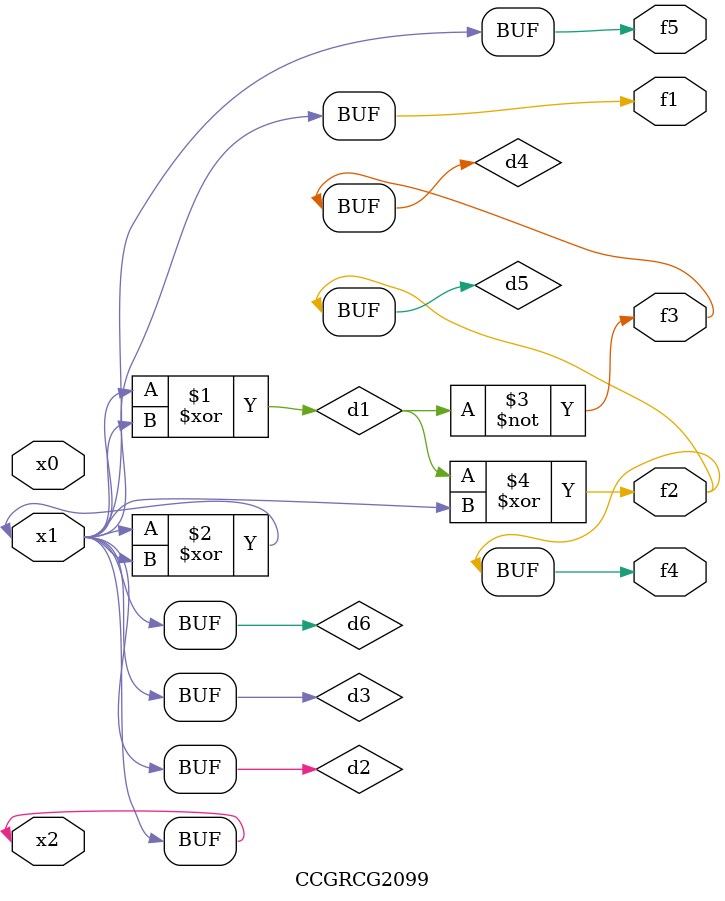
<source format=v>
module CCGRCG2099(
	input x0, x1, x2,
	output f1, f2, f3, f4, f5
);

	wire d1, d2, d3, d4, d5, d6;

	xor (d1, x1, x2);
	buf (d2, x1, x2);
	xor (d3, x1, x2);
	nor (d4, d1);
	xor (d5, d1, d2);
	buf (d6, d2, d3);
	assign f1 = d6;
	assign f2 = d5;
	assign f3 = d4;
	assign f4 = d5;
	assign f5 = d6;
endmodule

</source>
